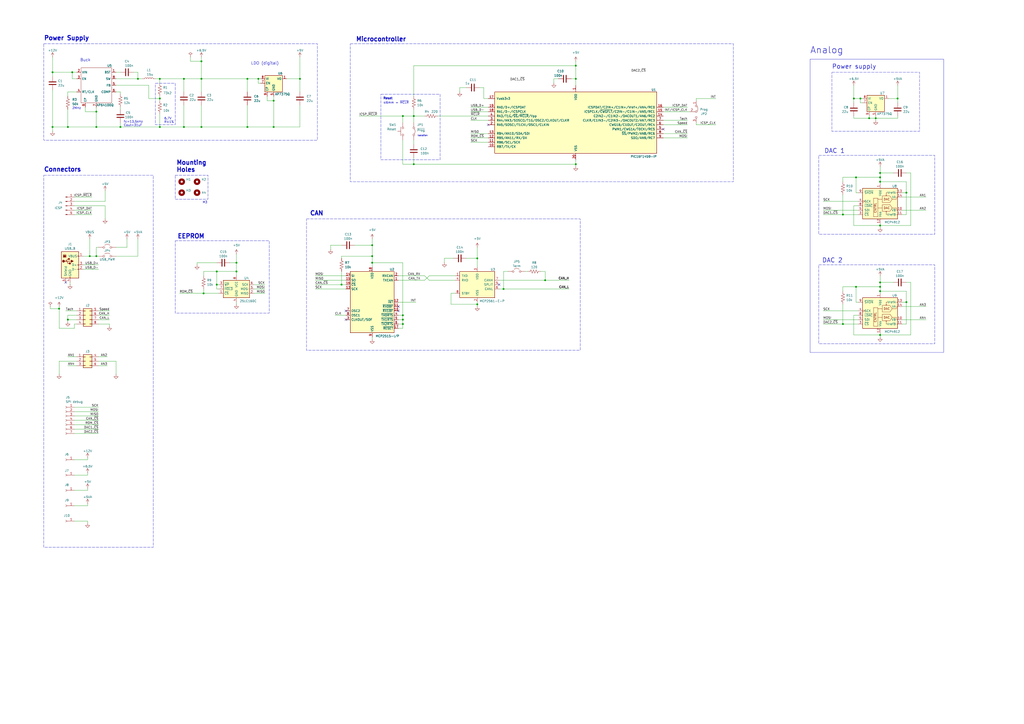
<source format=kicad_sch>
(kicad_sch (version 20250114) (generator "eeschema") (generator_version "9.0")
  (paper "A2")
  (title_block (title "CAN Gauge Interface") (date "2025-09-19") (rev "0.1") (company "Sam Anthony"))
  (rectangle (start 482.6 41.91) (end 533.4 76.2) (stroke (width 0) (type dash)))
  (rectangle (start 25.4 25.4) (end 184.15 81.28) (stroke (width 0) (type dash)))
  (rectangle (start 101.6 139.7) (end 156.21 181.61) (stroke (width 0) (type dash)))
  (rectangle (start 101.6 101.5999) (end 120.65 115.5699) (stroke (width 0) (type dash)))
  (rectangle (start 90.17 48.26) (end 101.6 72.39) (stroke (width 0) (type dash)))
  (rectangle (start 220.98 54.61) (end 255.27 92.71) (stroke (width 0) (type dash)))
  (rectangle (start 474.98 153.67) (end 542.29 199.39) (stroke (width 0) (type dash)))
  (rectangle (start 177.8 127) (end 336.55 203.2) (stroke (width 0) (type dash)))
  (rectangle (start 25.4 101.6) (end 88.9 317.5) (stroke (width 0) (type dash)))
  (rectangle (start 474.98 90.17) (end 542.29 135.89) (stroke (width 0) (type dash)))
  (rectangle (start 203.2 25.4) (end 425.45 105.41) (stroke (width 0) (type dash)))
  (rectangle (start 469.9 34.29) (end 547.37 204.47))
  (text "Connectors" (at 25.4 98.425 0) (effects (font (size 2.54 2.54) (thickness 0.508) (bold yes)) (justify left)))
  (text "Power Supply" (at 25.4 22.225 0) (effects (font (size 2.54 2.54) (thickness 0.508) (bold yes)) (justify left)))
  (text "LDO (digital)" (at 153.67 36.83 0) (effects (font (size 1.651 1.651))))
  (text "CAN" (at 179.705 123.825 0) (effects (font (size 2.54 2.54) (thickness 0.508) (bold yes)) (justify left)))
  (text "2MHz\n" (at 44.45 62.865 0) (effects (font (size 1.27 1.27))))
  (text "6.7V\nR±1%" (at 95.25 69.85 0) (effects (font (size 1.27 1.27)) (justify left)))
  (text "Reset" (at 222.25 57.15 0) (effects (font (size 1.27 1.27) (thickness 0.254) (bold yes)) (justify left)))
  (text "fc=13.5kHz\nCout=31uF" (at 71.755 71.755 0) (effects (font (size 1.27 1.27)) (justify left)))
  (text "Mounting\nHoles" (at 102.235 96.5199 0) (effects (font (size 2.54 2.54) (thickness 0.508) (bold yes)) (justify left)))
  (text "Power supply" (at 482.6 38.735 0) (effects (font (size 2.54 2.54) (thickness 0.254) (bold yes)) (justify left)))
  (text "M3\n" (at 117.475 117.4749 0) (effects (font (size 1.27 1.27)) (justify left)))
  (text "EEPROM" (at 102.87 137.16 0) (effects (font (size 2.54 2.54) (thickness 0.508) (bold yes)) (justify left)))
  (text "≤6mm ↔ ~{MCLR}" (at 222.25 59.69 0) (effects (font (size 1.27 1.27)) (justify left)))
  (text "DAC 1" (at 478.155 87.63 0) (effects (font (size 2.54 2.54) (thickness 0.254) (bold yes)) (justify left)))
  (text "Buck" (at 49.53 34.925 0) (effects (font (size 1.651 1.651))))
  (text "Microcontroller" (at 206.375 22.86 0) (effects (font (size 2.54 2.54) (thickness 0.508) (bold yes)) (justify left)))
  (text "Analog" (at 469.9 29.21 0) (effects (font (size 3.81 3.81) (thickness 0.254) (bold yes)) (justify left)))
  (text "Isolation" (at 245.11 78.74 0) (effects (font (size 0.889 0.889))))
  (text "DAC 2" (at 476.885 151.13 0) (effects (font (size 2.54 2.54) (thickness 0.254) (bold yes)) (justify left)))
  (junction (at 39.37 185.42))
  (junction (at 158.75 58.42))
  (junction (at 510.54 166.37))
  (junction (at 504.19 68.58))
  (junction (at 106.68 45.72))
  (junction (at 510.54 168.91))
  (junction (at 137.16 157.48))
  (junction (at 510.54 100.33))
  (junction (at 55.88 73.66))
  (junction (at 116.84 73.66))
  (junction (at 39.37 73.66))
  (junction (at 106.68 73.66))
  (junction (at 233.68 185.42))
  (junction (at 173.99 45.72))
  (junction (at 496.57 166.37))
  (junction (at 137.16 152.4))
  (junction (at 525.78 111.76))
  (junction (at 143.51 73.66))
  (junction (at 488.95 187.96))
  (junction (at 92.71 73.66))
  (junction (at 334.01 38.1))
  (junction (at 34.29 179.07))
  (junction (at 508 68.58))
  (junction (at 233.68 182.88))
  (junction (at 334.01 45.72))
  (junction (at 495.3 57.15))
  (junction (at 55.88 148.59))
  (junction (at 488.95 124.46))
  (junction (at 510.54 130.81))
  (junction (at 334.01 95.25))
  (junction (at 149.86 45.72))
  (junction (at 30.48 41.91))
  (junction (at 158.75 73.66))
  (junction (at 215.9 142.24))
  (junction (at 80.01 45.72))
  (junction (at 240.03 67.31))
  (junction (at 510.54 102.87))
  (junction (at 510.54 194.31))
  (junction (at 92.71 57.15))
  (junction (at 55.88 64.77))
  (junction (at 525.78 175.26))
  (junction (at 30.48 73.66))
  (junction (at 92.71 45.72))
  (junction (at 276.86 176.53))
  (junction (at 116.84 35.56))
  (junction (at 215.9 152.4))
  (junction (at 520.7 57.15))
  (junction (at 276.86 149.86))
  (junction (at 316.23 162.56))
  (junction (at 125.73 165.1))
  (junction (at 41.91 41.91))
  (junction (at 510.54 163.83))
  (junction (at 499.11 57.15))
  (junction (at 118.11 170.18))
  (junction (at 52.07 148.59))
  (junction (at 215.9 148.59))
  (junction (at 496.57 102.87))
  (junction (at 198.12 165.1))
  (junction (at 125.73 157.48))
  (junction (at 510.54 105.41))
  (junction (at 69.85 73.66))
  (junction (at 240.03 95.25))
  (junction (at 233.68 67.31))
  (junction (at 233.68 187.96))
  (junction (at 143.51 45.72))
  (junction (at 116.84 45.72))
  (junction (at 292.1 167.64))
  (no_connect (at 38.1 163.83))
  (no_connect (at 231.14 177.8))
  (no_connect (at 283.21 72.39))
  (no_connect (at 200.66 185.42))
  (no_connect (at 289.56 165.1))
  (no_connect (at 200.66 180.34))
  (no_connect (at 384.81 74.93))
  (no_connect (at 231.14 180.34))
  (wire (pts (xy 231.14 162.56) (xy 246.38 162.56)))
  (wire (pts (xy 240.03 95.25) (xy 240.03 91.44)))
  (wire (pts (xy 384.81 69.85) (xy 398.78 69.85)))
  (wire (pts (xy 499.11 57.15) (xy 495.3 57.15)))
  (wire (pts (xy 116.84 33.02) (xy 116.84 35.56)))
  (wire (pts (xy 215.9 142.24) (xy 215.9 148.59)))
  (wire (pts (xy 50.8 302.26) (xy 50.8 303.53)))
  (wire (pts (xy 106.68 45.72) (xy 116.84 45.72)))
  (wire (pts (xy 158.75 58.42) (xy 158.75 73.66)))
  (wire (pts (xy 495.3 182.88) (xy 497.84 182.88)))
  (wire (pts (xy 292.1 157.48) (xy 294.64 157.48)))
  (wire (pts (xy 44.45 209.55) (xy 34.29 209.55)))
  (wire (pts (xy 233.68 187.96) (xy 233.68 185.42)))
  (wire (pts (xy 495.3 119.38) (xy 497.84 119.38)))
  (wire (pts (xy 240.03 38.1) (xy 334.01 38.1)))
  (wire (pts (xy 231.14 187.96) (xy 233.68 187.96)))
  (wire (pts (xy 44.45 41.91) (xy 41.91 41.91)))
  (wire (pts (xy 508 67.31) (xy 508 68.58)))
  (wire (pts (xy 289.56 167.64) (xy 292.1 167.64)))
  (wire (pts (xy 510.54 168.91) (xy 510.54 170.18)))
  (wire (pts (xy 215.9 195.58) (xy 215.9 196.85)))
  (wire (pts (xy 60.96 116.84) (xy 60.96 110.49)))
  (wire (pts (xy 67.31 53.34) (xy 69.85 53.34)))
  (wire (pts (xy 499.11 59.69) (xy 499.11 57.15)))
  (wire (pts (xy 80.01 45.72) (xy 82.55 45.72)))
  (wire (pts (xy 48.26 153.67) (xy 57.15 153.67)))
  (wire (pts (xy 127 165.1) (xy 125.73 165.1)))
  (wire (pts (xy 262.89 149.86) (xy 257.81 149.86)))
  (wire (pts (xy 496.57 175.26) (xy 496.57 166.37)))
  (wire (pts (xy 149.86 48.26) (xy 149.86 45.72)))
  (wire (pts (xy 488.95 187.96) (xy 497.84 187.96)))
  (wire (pts (xy 118.11 157.48) (xy 125.73 157.48)))
  (wire (pts (xy 92.71 73.66) (xy 106.68 73.66)))
  (wire (pts (xy 240.03 38.1) (xy 240.03 55.88)))
  (wire (pts (xy 523.24 124.46) (xy 525.78 124.46)))
  (wire (pts (xy 44.45 53.34) (xy 39.37 53.34)))
  (wire (pts (xy 477.52 180.34) (xy 497.84 180.34)))
  (wire (pts (xy 510.54 193.04) (xy 510.54 194.31)))
  (wire (pts (xy 233.68 185.42) (xy 233.68 182.88)))
  (wire (pts (xy 510.54 194.31) (xy 510.54 195.58)))
  (wire (pts (xy 525.78 168.91) (xy 510.54 168.91)))
  (wire (pts (xy 384.81 64.77) (xy 400.05 64.77)))
  (wire (pts (xy 69.85 53.34) (xy 69.85 54.61)))
  (wire (pts (xy 499.11 57.15) (xy 500.38 57.15)))
  (wire (pts (xy 34.29 190.5) (xy 34.29 179.07)))
  (wire (pts (xy 149.86 45.72) (xy 151.13 45.72)))
  (wire (pts (xy 198.12 165.1) (xy 198.12 157.48)))
  (wire (pts (xy 57.15 209.55) (xy 67.31 209.55)))
  (wire (pts (xy 39.37 185.42) (xy 39.37 186.69)))
  (wire (pts (xy 116.84 45.72) (xy 143.51 45.72)))
  (wire (pts (xy 43.18 243.84) (xy 57.15 243.84)))
  (wire (pts (xy 57.15 182.88) (xy 63.5 182.88)))
  (wire (pts (xy 273.05 82.55) (xy 283.21 82.55)))
  (wire (pts (xy 495.3 130.81) (xy 510.54 130.81)))
  (wire (pts (xy 523.24 177.8) (xy 537.21 177.8)))
  (wire (pts (xy 151.13 48.26) (xy 149.86 48.26)))
  (wire (pts (xy 528.32 130.81) (xy 510.54 130.81)))
  (wire (pts (xy 50.8 275.59) (xy 50.8 274.32)))
  (wire (pts (xy 182.88 165.1) (xy 198.12 165.1)))
  (wire (pts (xy 43.18 246.38) (xy 57.15 246.38)))
  (wire (pts (xy 403.86 71.12) (xy 403.86 72.39)))
  (wire (pts (xy 154.94 55.88) (xy 154.94 58.42)))
  (wire (pts (xy 497.84 111.76) (xy 496.57 111.76)))
  (wire (pts (xy 158.75 73.66) (xy 143.51 73.66)))
  (wire (pts (xy 523.24 114.3) (xy 537.21 114.3)))
  (wire (pts (xy 55.88 148.59) (xy 57.15 148.59)))
  (wire (pts (xy 30.48 41.91) (xy 30.48 44.45)))
  (wire (pts (xy 273.05 69.85) (xy 283.21 69.85)))
  (wire (pts (xy 182.88 160.02) (xy 200.66 160.02)))
  (wire (pts (xy 525.78 105.41) (xy 525.78 111.76)))
  (wire (pts (xy 384.81 62.23) (xy 398.78 62.23)))
  (wire (pts (xy 496.57 102.87) (xy 510.54 102.87)))
  (wire (pts (xy 496.57 111.76) (xy 496.57 102.87)))
  (wire (pts (xy 49.53 62.23) (xy 49.53 64.77)))
  (wire (pts (xy 525.78 168.91) (xy 525.78 175.26)))
  (wire (pts (xy 194.31 182.88) (xy 200.66 182.88)))
  (wire (pts (xy 477.52 185.42) (xy 497.84 185.42)))
  (wire (pts (xy 39.37 53.34) (xy 39.37 55.88)))
  (wire (pts (xy 92.71 66.04) (xy 92.71 73.66)))
  (wire (pts (xy 118.11 160.02) (xy 118.11 157.48)))
  (wire (pts (xy 334.01 45.72) (xy 331.47 45.72)))
  (wire (pts (xy 57.15 185.42) (xy 63.5 185.42)))
  (wire (pts (xy 334.01 49.53) (xy 334.01 45.72)))
  (wire (pts (xy 215.9 148.59) (xy 215.9 152.4)))
  (wire (pts (xy 143.51 45.72) (xy 143.51 53.34)))
  (wire (pts (xy 208.28 67.31) (xy 233.68 67.31)))
  (wire (pts (xy 403.86 58.42) (xy 403.86 57.15)))
  (wire (pts (xy 510.54 163.83) (xy 510.54 166.37)))
  (wire (pts (xy 495.3 130.81) (xy 495.3 119.38)))
  (wire (pts (xy 523.24 185.42) (xy 537.21 185.42)))
  (wire (pts (xy 39.37 63.5) (xy 39.37 73.66)))
  (wire (pts (xy 50.8 293.37) (xy 50.8 292.1)))
  (wire (pts (xy 43.18 114.3) (xy 53.34 114.3)))
  (wire (pts (xy 191.77 142.24) (xy 191.77 144.78)))
  (wire (pts (xy 92.71 45.72) (xy 92.71 48.26)))
  (wire (pts (xy 57.15 187.96) (xy 63.5 187.96)))
  (wire (pts (xy 39.37 185.42) (xy 44.45 185.42)))
  (wire (pts (xy 510.54 160.02) (xy 510.54 163.83)))
  (wire (pts (xy 528.32 163.83) (xy 528.32 194.31)))
  (wire (pts (xy 60.96 119.38) (xy 60.96 127)))
  (wire (pts (xy 283.21 57.15) (xy 280.67 57.15)))
  (wire (pts (xy 528.32 100.33) (xy 528.32 130.81)))
  (wire (pts (xy 173.99 45.72) (xy 173.99 53.34)))
  (wire (pts (xy 125.73 167.64) (xy 125.73 165.1)))
  (wire (pts (xy 525.78 105.41) (xy 510.54 105.41)))
  (wire (pts (xy 44.45 182.88) (xy 39.37 182.88)))
  (wire (pts (xy 495.3 67.31) (xy 495.3 68.58)))
  (wire (pts (xy 125.73 157.48) (xy 137.16 157.48)))
  (wire (pts (xy 55.88 143.51) (xy 57.15 143.51)))
  (wire (pts (xy 118.11 170.18) (xy 118.11 167.64)))
  (wire (pts (xy 67.31 209.55) (xy 67.31 217.17)))
  (wire (pts (xy 137.16 152.4) (xy 137.16 157.48)))
  (wire (pts (xy 147.32 170.18) (xy 153.67 170.18)))
  (wire (pts (xy 106.68 73.66) (xy 116.84 73.66)))
  (wire (pts (xy 280.67 50.8) (xy 278.13 50.8)))
  (wire (pts (xy 50.8 284.48) (xy 50.8 283.21)))
  (wire (pts (xy 520.7 68.58) (xy 520.7 67.31)))
  (wire (pts (xy 116.84 60.96) (xy 116.84 73.66)))
  (wire (pts (xy 55.88 62.23) (xy 55.88 64.77)))
  (wire (pts (xy 270.51 149.86) (xy 276.86 149.86)))
  (wire (pts (xy 43.18 275.59) (xy 50.8 275.59)))
  (wire (pts (xy 384.81 80.01) (xy 398.78 80.01)))
  (wire (pts (xy 41.91 45.72) (xy 41.91 41.91)))
  (wire (pts (xy 198.12 149.86) (xy 198.12 148.59)))
  (wire (pts (xy 280.67 57.15) (xy 280.67 50.8)))
  (wire (pts (xy 403.86 57.15) (xy 415.29 57.15)))
  (wire (pts (xy 266.7 50.8) (xy 266.7 53.34)))
  (wire (pts (xy 57.15 212.09) (xy 62.23 212.09)))
  (wire (pts (xy 30.48 73.66) (xy 30.48 76.2)))
  (wire (pts (xy 488.95 102.87) (xy 496.57 102.87)))
  (wire (pts (xy 520.7 57.15) (xy 515.62 57.15)))
  (wire (pts (xy 154.94 58.42) (xy 158.75 58.42)))
  (wire (pts (xy 44.45 187.96) (xy 43.18 187.96)))
  (wire (pts (xy 257.81 149.86) (xy 257.81 152.4)))
  (wire (pts (xy 316.23 157.48) (xy 316.23 162.56)))
  (wire (pts (xy 39.37 207.01) (xy 44.45 207.01)))
  (wire (pts (xy 495.3 57.15) (xy 495.3 49.53)))
  (wire (pts (xy 384.81 72.39) (xy 398.78 72.39)))
  (wire (pts (xy 63.5 187.96) (xy 63.5 189.23)))
  (wire (pts (xy 233.68 67.31) (xy 233.68 71.12)))
  (wire (pts (xy 92.71 57.15) (xy 86.36 57.15)))
  (wire (pts (xy 233.68 152.4) (xy 233.68 182.88)))
  (wire (pts (xy 92.71 45.72) (xy 106.68 45.72)))
  (wire (pts (xy 43.18 251.46) (xy 57.15 251.46)))
  (wire (pts (xy 240.03 81.28) (xy 240.03 83.82)))
  (wire (pts (xy 504.19 68.58) (xy 508 68.58)))
  (wire (pts (xy 233.68 152.4) (xy 215.9 152.4)))
  (wire (pts (xy 86.36 49.53) (xy 67.31 49.53)))
  (wire (pts (xy 510.54 105.41) (xy 510.54 106.68)))
  (wire (pts (xy 273.05 77.47) (xy 283.21 77.47)))
  (wire (pts (xy 158.75 55.88) (xy 158.75 58.42)))
  (wire (pts (xy 200.66 165.1) (xy 198.12 165.1)))
  (wire (pts (xy 30.48 33.02) (xy 30.48 41.91)))
  (wire (pts (xy 316.23 162.56) (xy 330.2 162.56)))
  (wire (pts (xy 233.68 67.31) (xy 240.03 67.31)))
  (wire (pts (xy 528.32 194.31) (xy 510.54 194.31)))
  (wire (pts (xy 198.12 148.59) (xy 215.9 148.59)))
  (wire (pts (xy 29.21 177.8) (xy 29.21 179.07)))
  (wire (pts (xy 92.71 57.15) (xy 92.71 58.42)))
  (wire (pts (xy 173.99 73.66) (xy 158.75 73.66)))
  (wire (pts (xy 525.78 175.26) (xy 525.78 187.96)))
  (wire (pts (xy 510.54 96.52) (xy 510.54 100.33)))
  (wire (pts (xy 231.14 190.5) (xy 233.68 190.5)))
  (wire (pts (xy 29.21 179.07) (xy 34.29 179.07)))
  (wire (pts (xy 304.8 157.48) (xy 306.07 157.48)))
  (wire (pts (xy 104.14 170.18) (xy 118.11 170.18)))
  (wire (pts (xy 495.3 194.31) (xy 510.54 194.31)))
  (wire (pts (xy 270.51 50.8) (xy 266.7 50.8)))
  (wire (pts (xy 334.01 95.25) (xy 334.01 96.52)))
  (wire (pts (xy 55.88 73.66) (xy 39.37 73.66)))
  (wire (pts (xy 510.54 100.33) (xy 518.16 100.33)))
  (wire (pts (xy 43.18 241.3) (xy 57.15 241.3)))
  (wire (pts (xy 43.18 238.76) (xy 57.15 238.76)))
  (wire (pts (xy 510.54 166.37) (xy 510.54 168.91)))
  (wire (pts (xy 488.95 168.91) (xy 488.95 166.37)))
  (wire (pts (xy 500.38 59.69) (xy 499.11 59.69)))
  (wire (pts (xy 43.18 187.96) (xy 43.18 190.5)))
  (wire (pts (xy 55.88 148.59) (xy 55.88 143.51)))
  (wire (pts (xy 116.84 35.56) (xy 116.84 45.72)))
  (wire (pts (xy 57.15 180.34) (xy 63.5 180.34)))
  (wire (pts (xy 67.31 148.59) (xy 80.01 148.59)))
  (wire (pts (xy 254 67.31) (xy 283.21 67.31)))
  (wire (pts (xy 43.18 190.5) (xy 34.29 190.5)))
  (wire (pts (xy 106.68 45.72) (xy 106.68 53.34)))
  (wire (pts (xy 523.24 175.26) (xy 525.78 175.26)))
  (wire (pts (xy 48.26 148.59) (xy 52.07 148.59)))
  (wire (pts (xy 233.68 81.28) (xy 233.68 95.25)))
  (wire (pts (xy 92.71 73.66) (xy 69.85 73.66)))
  (wire (pts (xy 52.07 148.59) (xy 55.88 148.59)))
  (wire (pts (xy 43.18 284.48) (xy 50.8 284.48)))
  (wire (pts (xy 488.95 166.37) (xy 496.57 166.37)))
  (wire (pts (xy 273.05 64.77) (xy 283.21 64.77)))
  (wire (pts (xy 488.95 124.46) (xy 497.84 124.46)))
  (wire (pts (xy 520.7 49.53) (xy 520.7 57.15)))
  (wire (pts (xy 69.85 62.23) (xy 69.85 63.5)))
  (wire (pts (xy 147.32 167.64) (xy 153.67 167.64)))
  (wire (pts (xy 510.54 102.87) (xy 510.54 105.41)))
  (wire (pts (xy 57.15 207.01) (xy 62.23 207.01)))
  (wire (pts (xy 384.81 77.47) (xy 398.78 77.47)))
  (wire (pts (xy 173.99 33.02) (xy 173.99 45.72)))
  (wire (pts (xy 44.45 45.72) (xy 41.91 45.72)))
  (wire (pts (xy 496.57 166.37) (xy 510.54 166.37)))
  (wire (pts (xy 276.86 176.53) (xy 276.86 177.8)))
  (wire (pts (xy 77.47 41.91) (xy 80.01 41.91)))
  (wire (pts (xy 248.92 160.02) (xy 246.38 162.56)))
  (wire (pts (xy 90.17 45.72) (xy 92.71 45.72)))
  (wire (pts (xy 39.37 182.88) (xy 39.37 185.42)))
  (wire (pts (xy 495.3 68.58) (xy 504.19 68.58)))
  (wire (pts (xy 488.95 113.03) (xy 488.95 124.46)))
  (wire (pts (xy 321.31 45.72) (xy 323.85 45.72)))
  (wire (pts (xy 137.16 175.26) (xy 137.16 176.53)))
  (wire (pts (xy 34.29 209.55) (xy 34.29 217.17)))
  (wire (pts (xy 38.1 180.34) (xy 44.45 180.34)))
  (wire (pts (xy 231.14 182.88) (xy 233.68 182.88)))
  (wire (pts (xy 495.3 57.15) (xy 495.3 59.69)))
  (wire (pts (xy 137.16 157.48) (xy 137.16 160.02)))
  (wire (pts (xy 125.73 157.48) (xy 125.73 165.1)))
  (wire (pts (xy 510.54 130.81) (xy 510.54 132.08)))
  (wire (pts (xy 313.69 157.48) (xy 316.23 157.48)))
  (wire (pts (xy 92.71 55.88) (xy 92.71 57.15)))
  (wire (pts (xy 334.01 92.71) (xy 334.01 95.25)))
  (wire (pts (xy 116.84 45.72) (xy 116.84 53.34)))
  (wire (pts (xy 477.52 187.96) (xy 488.95 187.96)))
  (wire (pts (xy 276.86 175.26) (xy 276.86 176.53)))
  (wire (pts (xy 67.31 45.72) (xy 80.01 45.72)))
  (wire (pts (xy 43.18 248.92) (xy 57.15 248.92)))
  (wire (pts (xy 173.99 60.96) (xy 173.99 73.66)))
  (wire (pts (xy 495.3 194.31) (xy 495.3 182.88)))
  (wire (pts (xy 403.86 72.39) (xy 415.29 72.39)))
  (wire (pts (xy 292.1 167.64) (xy 292.1 157.48)))
  (wire (pts (xy 80.01 41.91) (xy 80.01 45.72)))
  (wire (pts (xy 182.88 167.64) (xy 200.66 167.64)))
  (wire (pts (xy 50.8 266.7) (xy 50.8 265.43)))
  (wire (pts (xy 43.18 293.37) (xy 50.8 293.37)))
  (wire (pts (xy 143.51 73.66) (xy 116.84 73.66)))
  (wire (pts (xy 69.85 73.66) (xy 55.88 73.66)))
  (wire (pts (xy 133.35 152.4) (xy 137.16 152.4)))
  (wire (pts (xy 67.31 41.91) (xy 69.85 41.91)))
  (wire (pts (xy 137.16 147.32) (xy 137.16 152.4)))
  (wire (pts (xy 240.03 95.25) (xy 334.01 95.25)))
  (wire (pts (xy 69.85 71.12) (xy 69.85 73.66)))
  (wire (pts (xy 525.78 100.33) (xy 528.32 100.33)))
  (wire (pts (xy 198.12 142.24) (xy 191.77 142.24)))
  (wire (pts (xy 261.62 170.18) (xy 264.16 170.18)))
  (wire (pts (xy 49.53 64.77) (xy 55.88 64.77)))
  (wire (pts (xy 215.9 138.43) (xy 215.9 142.24)))
  (wire (pts (xy 510.54 100.33) (xy 510.54 102.87)))
  (wire (pts (xy 110.49 35.56) (xy 110.49 33.02)))
  (wire (pts (xy 43.18 116.84) (xy 60.96 116.84)))
  (wire (pts (xy 240.03 67.31) (xy 246.38 67.31)))
  (wire (pts (xy 523.24 111.76) (xy 525.78 111.76)))
  (wire (pts (xy 289.56 162.56) (xy 316.23 162.56)))
  (wire (pts (xy 48.26 156.21) (xy 57.15 156.21)))
  (wire (pts (xy 30.48 52.07) (xy 30.48 73.66)))
  (wire (pts (xy 73.66 143.51) (xy 73.66 138.43)))
  (wire (pts (xy 43.18 119.38) (xy 60.96 119.38)))
  (wire (pts (xy 52.07 138.43) (xy 52.07 148.59)))
  (wire (pts (xy 520.7 59.69) (xy 520.7 57.15)))
  (wire (pts (xy 240.03 67.31) (xy 240.03 71.12)))
  (wire (pts (xy 215.9 152.4) (xy 215.9 154.94)))
  (wire (pts (xy 233.68 95.25) (xy 240.03 95.25)))
  (wire (pts (xy 147.32 165.1) (xy 153.67 165.1)))
  (wire (pts (xy 106.68 60.96) (xy 106.68 73.66)))
  (wire (pts (xy 261.62 176.53) (xy 261.62 170.18)))
  (wire (pts (xy 34.29 179.07) (xy 34.29 177.8)))
  (wire (pts (xy 41.91 41.91) (xy 30.48 41.91)))
  (wire (pts (xy 43.18 124.46) (xy 53.34 124.46)))
  (wire (pts (xy 40.64 163.83) (xy 40.64 165.1)))
  (wire (pts (xy 127 167.64) (xy 125.73 167.64)))
  (wire (pts (xy 43.18 302.26) (xy 50.8 302.26)))
  (wire (pts (xy 523.24 121.92) (xy 537.21 121.92)))
  (wire (pts (xy 205.74 142.24) (xy 215.9 142.24)))
  (wire (pts (xy 508 68.58) (xy 520.7 68.58)))
  (wire (pts (xy 231.14 160.02) (xy 246.38 160.02)))
  (wire (pts (xy 488.95 105.41) (xy 488.95 102.87)))
  (wire (pts (xy 488.95 176.53) (xy 488.95 187.96)))
  (wire (pts (xy 143.51 60.96) (xy 143.51 73.66)))
  (wire (pts (xy 276.86 176.53) (xy 261.62 176.53)))
  (wire (pts (xy 321.31 48.26) (xy 321.31 45.72)))
  (wire (pts (xy 523.24 187.96) (xy 525.78 187.96)))
  (wire (pts (xy 67.31 143.51) (xy 73.66 143.51)))
  (wire (pts (xy 43.18 236.22) (xy 57.15 236.22)))
  (wire (pts (xy 477.52 124.46) (xy 488.95 124.46)))
  (wire (pts (xy 149.86 45.72) (xy 143.51 45.72)))
  (wire (pts (xy 114.3 152.4) (xy 114.3 153.67)))
  (wire (pts (xy 504.19 67.31) (xy 504.19 68.58)))
  (wire (pts (xy 86.36 57.15) (xy 86.36 49.53)))
  (wire (pts (xy 114.3 152.4) (xy 125.73 152.4)))
  (wire (pts (xy 497.84 175.26) (xy 496.57 175.26)))
  (wire (pts (xy 273.05 80.01) (xy 283.21 80.01)))
  (wire (pts (xy 508 68.58) (xy 508 69.85)))
  (wire (pts (xy 334.01 38.1) (xy 334.01 45.72)))
  (wire (pts (xy 116.84 35.56) (xy 110.49 35.56)))
  (wire (pts (xy 276.86 143.51) (xy 276.86 149.86)))
  (wire (pts (xy 127 170.18) (xy 118.11 170.18)))
  (wire (pts (xy 233.68 190.5) (xy 233.68 187.96)))
  (wire (pts (xy 39.37 73.66) (xy 30.48 73.66)))
  (wire (pts (xy 525.78 163.83) (xy 528.32 163.83)))
  (wire (pts (xy 510.54 163.83) (xy 518.16 163.83)))
  (wire (pts (xy 477.52 121.92) (xy 497.84 121.92)))
  (wire (pts (xy 334.01 35.56) (xy 334.01 38.1)))
  (wire (pts (xy 292.1 167.64) (xy 330.2 167.64)))
  (wire (pts (xy 231.14 175.26) (xy 241.3 175.26)))
  (wire (pts (xy 39.37 212.09) (xy 44.45 212.09)))
  (wire (pts (xy 166.37 45.72) (xy 173.99 45.72)))
  (wire (pts (xy 231.14 185.42) (xy 233.68 185.42)))
  (wire (pts (xy 510.54 129.54) (xy 510.54 130.81)))
  (wire (pts (xy 43.18 266.7) (xy 50.8 266.7)))
  (wire (pts (xy 273.05 62.23) (xy 283.21 62.23)))
  (wire (pts (xy 248.92 162.56) (xy 264.16 162.56)))
  (wire (pts (xy 477.52 116.84) (xy 497.84 116.84)))
  (wire (pts (xy 55.88 64.77) (xy 55.88 73.66)))
  (wire (pts (xy 182.88 162.56) (xy 200.66 162.56)))
  (wire (pts (xy 248.92 160.02) (xy 264.16 160.02)))
  (wire (pts (xy 246.38 160.02) (xy 248.92 162.56)))
  (wire (pts (xy 525.78 111.76) (xy 525.78 124.46)))
  (wire (pts (xy 240.03 63.5) (xy 240.03 67.31)))
  (wire (pts (xy 43.18 121.92) (xy 53.34 121.92)))
  (wire (pts (xy 80.01 148.59) (xy 80.01 138.43)))
  (wire (pts (xy 276.86 149.86) (xy 276.86 154.94)))
  (label "DAC1_~{CS}" (at 477.52 124.46 0))
  (label "MISO" (at 57.15 241.3 180))
  (label "CAN_H" (at 330.2 162.56 180) (effects (font (thickness 0.254) (bold yes))))
  (label "SCK" (at 153.67 165.1 180) (effects (font (thickness 0.1588))))
  (label "Speed" (at 63.5 180.34 180) (effects (font (thickness 0.1588))))
  (label "CLK" (at 273.05 69.85 0))
  (label "MOSI" (at 398.78 80.01 180) (effects (font (thickness 0.1588))))
  (label "ICSP_DAT" (at 398.78 62.23 180))
  (label "CAN_L" (at 63.5 185.42 180))
  (label "ROM_~{CS}" (at 104.14 170.18 0) (effects (font (thickness 0.1588))))
  (label "MOSI" (at 182.88 160.02 0) (effects (font (thickness 0.1588))))
  (label "DAC1_~{CS}" (at 295.91 46.99 0))
  (label "AN3" (at 62.23 212.09 180) (effects (font (thickness 0.1588))))
  (label "Speed" (at 398.78 72.39 180))
  (label "AN1" (at 537.21 114.3 180))
  (label "CAN_~{CS}" (at 398.78 77.47 180))
  (label "CAN_~{CS}" (at 57.15 243.84 180))
  (label "INT" (at 415.29 57.15 180))
  (label "CLK" (at 194.31 182.88 0))
  (label "MISO" (at 153.67 170.18 180) (effects (font (thickness 0.1588))))
  (label "INT" (at 241.3 175.26 180) (effects (font (thickness 0.1588))))
  (label "MOSI" (at 153.67 167.64 180) (effects (font (thickness 0.1588))))
  (label "ICSP_CLK" (at 53.34 124.46 180))
  (label "AN2" (at 62.23 207.01 180) (effects (font (thickness 0.1588))))
  (label "SCK" (at 273.05 82.55 0) (effects (font (thickness 0.1588))))
  (label "Tach" (at 38.1 180.34 0) (effects (font (thickness 0.1588))))
  (label "CAN_~{CS}" (at 182.88 165.1 0) (effects (font (thickness 0.1588))))
  (label "ICSP_CLK" (at 415.29 72.39 180))
  (label "USB_D+" (at 273.05 62.23 0))
  (label "SCK" (at 477.52 180.34 0) (effects (font (thickness 0.1588))))
  (label "ROM_~{CS}" (at 57.15 246.38 180))
  (label "AN1" (at 39.37 207.01 0) (effects (font (thickness 0.1588))))
  (label "DAC2_~{CS}" (at 374.65 41.91 180))
  (label "USB_D-" (at 273.05 64.77 0))
  (label "INT{slash}ICSP_CLK" (at 398.78 64.77 180))
  (label "SCK" (at 57.15 236.22 180))
  (label "AN4" (at 39.37 212.09 0) (effects (font (thickness 0.1588))))
  (label "MOSI" (at 477.52 121.92 0))
  (label "AN4" (at 537.21 185.42 180))
  (label "MISO" (at 182.88 162.56 0) (effects (font (thickness 0.1588))))
  (label "DAC1_~{CS}" (at 57.15 248.92 180))
  (label "MOSI" (at 57.15 238.76 180))
  (label "~{MCLR}" (at 273.05 67.31 0))
  (label "AN3" (at 537.21 177.8 180))
  (label "DAC2_~{CS}" (at 57.15 251.46 180))
  (label "USB_D-" (at 57.15 156.21 180))
  (label "AN2" (at 537.21 121.92 180))
  (label "USB_D+" (at 57.15 153.67 180))
  (label "SCK" (at 182.88 167.64 0) (effects (font (thickness 0.1588))))
  (label "Tach" (at 398.78 69.85 180))
  (label "ROM_~{CS}" (at 273.05 80.01 0))
  (label "ICSP_DAT" (at 53.34 121.92 180))
  (label "CAN_RX" (at 243.84 160.02 180))
  (label "ICSP_~{MCLR}" (at 53.34 114.3 180))
  (label "MISO" (at 273.05 77.47 0) (effects (font (thickness 0.1588))))
  (label "ICSP_~{MCLR}" (at 208.28 67.31 0))
  (label "MOSI" (at 477.52 185.42 0))
  (label "CAN_L" (at 330.2 167.64 180) (effects (font (thickness 0.254) (bold yes))))
  (label "SCK" (at 477.52 116.84 0) (effects (font (thickness 0.1588))))
  (label "DAC2_~{CS}" (at 477.52 187.96 0))
  (label "CAN_TX" (at 243.84 162.56 180))
  (label "CAN_H" (at 63.5 182.88 180) (effects (font (thickness 0.1588))))
  (symbol (lib_id "power:GND") (at 215.9 196.85 0) (unit 1)
    (property "Reference" "#PWR028" (effects (hide yes)))
    (property "Value" "GND" (effects (hide yes)))
    (property "Description" "Power symbol creates a global label with name \"GND\" , ground" (effects (hide yes)))
  )
  (symbol (lib_id "Connector:USB_B") (at 40.64 153.67 0) (unit 1)
    (property "Reference" "J1" (at 40.64 141.605 0))
    (property "Value" "USB_B" (at 40.64 144.145 0))
    (property "Footprint" "Connector_USB:USB_B_OST_USB-B1HSxx_Horizontal" (effects (hide yes)))
    (property "Description" "USB Type B connector" (effects (hide yes)))
  )
  (symbol (lib_id "power:GND") (at 50.8 303.53 0) (unit 1)
    (property "Reference" "#PWR039" (effects (hide yes)))
    (property "Value" "GND" (effects (hide yes)))
    (property "Description" "Power symbol creates a global label with name \"GND\" , ground" (effects (hide yes)))
  )
  (symbol (lib_id "Device:C") (at 173.99 57.15 0) (unit 1)
    (property "Reference" "C7" (at 177.8 55.8799 0) (effects (justify left)))
    (property "Value" "22u" (at 177.8 58.4199 0) (effects (justify left)))
    (property "Footprint" "Capacitor_SMD:C_1206_3216Metric_Pad1.33x1.80mm_HandSolder" (effects (hide yes)))
    (property "Description" "Unpolarized capacitor" (effects (hide yes)))
  )
  (symbol (lib_id "power:+12V") (at 34.29 177.8 0) (unit 1)
    (property "Reference" "#PWR029" (effects (hide yes)))
    (property "Value" "+12V" (at 34.29 172.72 0))
    (property "Description" "Power symbol creates a global label with name \"+12V\"" (effects (hide yes)))
  )
  (symbol (lib_id "power:GND") (at 63.5 189.23 0) (unit 1)
    (property "Reference" "#PWR033" (effects (hide yes)))
    (property "Value" "GND" (effects (hide yes)))
    (property "Description" "Power symbol creates a global label with name \"GND\" , ground" (effects (hide yes)))
  )
  (symbol (lib_id "Device:C") (at 129.54 152.4 90) (unit 1)
    (property "Reference" "C15" (at 129.54 146.05 90))
    (property "Value" "100n" (at 129.54 148.59 90))
    (property "Footprint" "Capacitor_THT:C_Disc_D5.0mm_W2.5mm_P2.50mm" (effects (hide yes)))
    (property "Description" "Unpolarized capacitor" (effects (hide yes)))
  )
  (symbol (lib_id "Jumper:Jumper_2_Bridged") (at 240.03 76.2 270) (mirror x) (unit 1)
    (property "Reference" "JP1" (at 241.935 72.39 90) (effects (justify left)))
    (property "Value" "~{Prog}" (at 241.935 75.565 90) (effects (justify left)))
    (property "Footprint" "Connector_PinSocket_2.54mm:PinSocket_1x02_P2.54mm_Vertical" (effects (hide yes)))
    (property "Description" "Jumper, 2-pole, closed/bridged" (effects (hide yes)))
  )
  (symbol (lib_id "Device:C") (at 266.7 149.86 90) (unit 1)
    (property "Reference" "C14" (at 266.7 143.51 90))
    (property "Value" "100n" (at 266.7 146.05 90))
    (property "Footprint" "Capacitor_THT:C_Disc_D5.0mm_W2.5mm_P2.50mm" (effects (hide yes)))
    (property "Description" "Unpolarized capacitor" (effects (hide yes)))
  )
  (symbol (lib_id "power:+5V") (at 173.99 33.02 0) (unit 1)
    (property "Reference" "#PWR06" (effects (hide yes)))
    (property "Value" "+5V" (at 173.99 29.21 0))
    (property "Description" "Power symbol creates a global label with name \"+5V\"" (effects (hide yes)))
  )
  (symbol (lib_id "Device:C") (at 106.68 57.15 180) (unit 1)
    (property "Reference" "C2" (at 111.125 55.245 0))
    (property "Value" "22u" (at 111.76 57.785 0))
    (property "Footprint" "Capacitor_SMD:C_1206_3216Metric_Pad1.33x1.80mm_HandSolder" (effects (hide yes)))
    (property "Description" "Unpolarized capacitor" (effects (hide yes)))
  )
  (symbol (lib_id "Device:C") (at 30.48 48.26 0) (unit 1)
    (property "Reference" "C1" (at 34.925 46.99 0))
    (property "Value" "22u" (at 35.56 49.53 0))
    (property "Footprint" "Capacitor_SMD:C_1206_3216Metric_Pad1.33x1.80mm_HandSolder" (effects (hide yes)))
    (property "Description" "Unpolarized capacitor" (effects (hide yes)))
  )
  (symbol (lib_id "Device:C") (at 495.3 63.5 0) (unit 1)
    (property "Reference" "C8" (at 492.125 62.23 0) (effects (justify right)))
    (property "Value" "22u" (at 492.125 64.77 0) (effects (justify right)))
    (property "Footprint" "Capacitor_SMD:C_1206_3216Metric_Pad1.33x1.80mm_HandSolder" (effects (hide yes)))
    (property "Description" "Unpolarized capacitor" (effects (hide yes)))
  )
  (symbol (lib_id "Memory_EEPROM:25LCxxx") (at 137.16 167.64 0) (unit 1)
    (property "Reference" "U4" (at 141.605 161.29 0) (effects (justify left)))
    (property "Value" "25LC160C" (at 139.065 174.625 0) (effects (justify left)))
    (property "Footprint" "Package_DIP:DIP-8_W7.62mm" (effects (hide yes)))
    (property "Datasheet" "http://ww1.microchip.com/downloads/en/DeviceDoc/21832H.pdf" (effects (hide yes)))
    (property "Description" "SPI Serial EEPROM, DIP-8/SOIC-8/TSSOP-8" (effects (hide yes)))
  )
  (symbol (lib_id "Jumper:Jumper_3_Bridged12") (at 403.86 64.77 270) (unit 1) (in_bom no)
    (property "Reference" "JP2" (at 408.305 66.04 90))
    (property "Value" "Prog" (at 408.305 63.5 90))
    (property "Footprint" "Connector_PinSocket_2.54mm:PinSocket_1x03_P2.54mm_Vertical" (effects (hide yes)))
    (property "Description" "Jumper, 3-pole, pins 1+2 closed/bridged" (effects (hide yes)))
  )
  (symbol (lib_id "power:GND") (at 510.54 132.08 0) (unit 1)
    (property "Reference" "#PWR017" (effects (hide yes)))
    (property "Value" "GND" (effects (hide yes)))
    (property "Description" "Power symbol creates a global label with name \"GND\" , ground" (effects (hide yes)))
  )
  (symbol (lib_id "power:PWR_FLAG") (at 110.49 33.02 0) (unit 1)
    (property "Reference" "#FLG02" (effects (hide yes)))
    (property "Value" "+6.5V" (effects (hide yes)))
    (property "Description" "Special symbol for telling ERC where power comes from" (effects (hide yes)))
  )
  (symbol (lib_id "power:GND") (at 510.54 195.58 0) (unit 1)
    (property "Reference" "#PWR019" (effects (hide yes)))
    (property "Value" "GND" (effects (hide yes)))
    (property "Description" "Power symbol creates a global label with name \"GND\" , ground" (effects (hide yes)))
  )
  (symbol (lib_id "power:GND") (at 334.01 96.52 0) (unit 1)
    (property "Reference" "#PWR01" (effects (hide yes)))
    (property "Value" "GND" (effects (hide yes)))
    (property "Description" "Power symbol creates a global label with name \"GND\" , ground" (effects (hide yes)))
  )
  (symbol (lib_id "Device:R_US") (at 198.12 153.67 0) (unit 1)
    (property "Reference" "R7" (at 200.025 152.4 0) (effects (justify left)))
    (property "Value" "10k" (at 200.025 154.94 0) (effects (justify left)))
    (property "Footprint" "Resistor_THT:R_Axial_DIN0411_L9.9mm_D3.6mm_P12.70mm_Horizontal" (effects (hide yes)))
    (property "Description" "Resistor, US symbol" (effects (hide yes)))
  )
  (symbol (lib_id "Device:R_US") (at 118.11 163.83 0) (unit 1)
    (property "Reference" "R9" (at 120.015 162.56 0) (effects (justify left)))
    (property "Value" "10k" (at 120.015 165.1 0) (effects (justify left)))
    (property "Footprint" "Resistor_THT:R_Axial_DIN0411_L9.9mm_D3.6mm_P12.70mm_Horizontal" (effects (hide yes)))
    (property "Description" "Resistor, US symbol" (effects (hide yes)))
  )
  (symbol (lib_id "Mechanical:MountingHole") (at 105.41 105.4099 0) (unit 1) (exclude_from_sim yes) (in_bom no)
    (property "Reference" "H1" (at 107.95 104.1398 0) (effects (justify left)))
    (property "Value" "MountingHole" (effects (hide yes)))
    (property "Footprint" "MountingHole:MountingHole_3.2mm_M3_DIN965" (effects (hide yes)))
    (property "Description" "Mounting Hole without connection" (effects (hide yes)))
  )
  (symbol (lib_id "power:GND") (at 67.31 217.17 0) (unit 1)
    (property "Reference" "#PWR035" (effects (hide yes)))
    (property "Value" "GND" (effects (hide yes)))
    (property "Description" "Power symbol creates a global label with name \"GND\" , ground" (effects (hide yes)))
  )
  (symbol (lib_id "Connector:Conn_01x07_Socket") (at 38.1 243.84 0) (mirror y) (unit 1)
    (property "Reference" "J5" (at 38.1 230.505 0) (effects (justify right)))
    (property "Value" "SPI debug" (at 38.1 233.045 0) (effects (justify right)))
    (property "Footprint" "Connector_PinSocket_2.54mm:PinSocket_1x07_P2.54mm_Vertical" (effects (hide yes)))
    (property "Description" "Generic connector, single row, 01x07, script generated" (effects (hide yes)))
  )
  (symbol (lib_id "Jumper:Jumper_2_Open") (at 62.23 143.51 0) (unit 1)
    (property "Reference" "JP3" (at 62.23 140.335 0))
    (property "Value" "USB_PWR" (effects (hide yes)))
    (property "Footprint" "Connector_PinSocket_2.54mm:PinSocket_1x02_P2.54mm_Vertical" (effects (hide yes)))
    (property "Description" "Jumper, 2-pole, open" (effects (hide yes)))
  )
  (symbol (lib_id "symbols:AP64100") (at 55.88 49.53 0) (unit 1)
    (property "Reference" "U5" (at 63.5 38.1 0))
    (property "Value" "AP64100Q" (at 60.96 60.96 0))
    (property "Footprint" "Package_SO:Diodes_SO-8EP" (effects (hide yes)))
    (property "Datasheet" "https://www.diodes.com/assets/Datasheets/AP64100.pdf" (effects (hide yes)))
    (property "Description" "3.8V to40V input, 1A low IQ synchronous buck with adjustable frequency" (effects (hide yes)))
  )
  (symbol (lib_id "Device:C") (at 143.51 57.15 0) (unit 1)
    (property "Reference" "C6" (at 147.32 55.8799 0) (effects (justify left)))
    (property "Value" "22u" (at 147.32 58.4199 0) (effects (justify left)))
    (property "Footprint" "Capacitor_SMD:C_1206_3216Metric_Pad1.33x1.80mm_HandSolder" (effects (hide yes)))
    (property "Description" "Unpolarized capacitor" (effects (hide yes)))
  )
  (symbol (lib_id "Jumper:Jumper_2_Open") (at 62.23 148.59 0) (unit 1)
    (property "Reference" "JP4" (at 62.23 145.415 0))
    (property "Value" "USB_PWR" (at 62.23 150.495 0))
    (property "Footprint" "Connector_PinSocket_2.54mm:PinSocket_1x02_P2.54mm_Vertical" (effects (hide yes)))
    (property "Description" "Jumper, 2-pole, open" (effects (hide yes)))
  )
  (symbol (lib_id "Device:C") (at 201.93 142.24 90) (unit 1)
    (property "Reference" "C13" (at 201.93 135.89 90))
    (property "Value" "100n" (at 201.93 138.43 90))
    (property "Footprint" "Capacitor_THT:C_Disc_D5.0mm_W2.5mm_P2.50mm" (effects (hide yes)))
    (property "Description" "Unpolarized capacitor" (effects (hide yes)))
  )
  (symbol (lib_id "Connector_Generic:Conn_02x04_Top_Bottom") (at 49.53 182.88 0) (unit 1)
    (property "Reference" "J2" (at 50.8 177.165 0))
    (property "Value" "Conn_02x04_Top_Bottom" (effects (hide yes)))
    (property "Footprint" "Connector_Molex:Molex_Mini-Fit_Jr_5569-08A2_2x04_P4.20mm_Horizontal" (effects (hide yes)))
    (property "Datasheet" "https://www.molex.com/en-us/products/part-detail/39300080?display=pdf" (effects (hide yes)))
    (property "Description" "Generic connector, double row, 02x04, top/bottom pin numbering scheme (row 1: 1...pins_per_row, row2: pins_per_row+1 ... num_pins), script generated (kicad-library-utils/schlib/autogen/connector/)" (effects (hide yes)))
  )
  (symbol (lib_id "Device:R_US") (at 69.85 58.42 180) (unit 1)
    (property "Reference" "R5" (at 73.025 57.15 0))
    (property "Value" "12k" (at 73.66 59.69 0))
    (property "Footprint" "Resistor_SMD:R_0805_2012Metric_Pad1.20x1.40mm_HandSolder" (effects (hide yes)))
    (property "Description" "Resistor, US symbol" (effects (hide yes)))
  )
  (symbol (lib_id "Device:C") (at 520.7 63.5 0) (unit 1)
    (property "Reference" "C9" (at 523.875 62.23 0) (effects (justify left)))
    (property "Value" "22u" (at 523.875 64.77 0) (effects (justify left)))
    (property "Footprint" "Capacitor_SMD:C_1206_3216Metric_Pad1.33x1.80mm_HandSolder" (effects (hide yes)))
    (property "Description" "Unpolarized capacitor" (effects (hide yes)))
  )
  (symbol (lib_id "Device:R_US") (at 39.37 59.69 0) (unit 1)
    (property "Reference" "R3" (at 41.91 57.7849 0) (effects (justify left)))
    (property "Value" "50k" (at 41.91 60.3249 0) (effects (justify left)))
    (property "Footprint" "Resistor_SMD:R_0805_2012Metric_Pad1.20x1.40mm_HandSolder" (effects (hide yes)))
    (property "Description" "Resistor, US symbol" (effects (hide yes)))
  )
  (symbol (lib_id "Device:C") (at 240.03 87.63 0) (unit 1)
    (property "Reference" "C12" (at 243.84 86.3599 0) (effects (justify left)))
    (property "Value" "100n" (at 243.84 88.8999 0) (effects (justify left)))
    (property "Footprint" "Capacitor_THT:C_Disc_D5.0mm_W2.5mm_P2.50mm" (effects (hide yes)))
    (property "Description" "Unpolarized capacitor" (effects (hide yes)))
  )
  (symbol (lib_id "Device:R_US") (at 92.71 62.23 180) (unit 1)
    (property "Reference" "R2" (at 95.885 60.96 0))
    (property "Value" "10k" (at 96.52 64.135 0))
    (property "Footprint" "Resistor_SMD:R_0805_2012Metric_Pad1.20x1.40mm_HandSolder" (effects (hide yes)))
    (property "Description" "Resistor, US symbol" (effects (hide yes)))
  )
  (symbol (lib_id "power:GND") (at 508 69.85 0) (unit 1)
    (property "Reference" "#PWR022" (effects (hide yes)))
    (property "Value" "GND" (effects (hide yes)))
    (property "Description" "Power symbol creates a global label with name \"GND\" , ground" (effects (hide yes)))
  )
  (symbol (lib_id "power:+5V") (at 73.66 138.43 0) (unit 1)
    (property "Reference" "#PWR032" (effects (hide yes)))
    (property "Value" "+5V" (at 73.66 134.62 0))
    (property "Description" "Power symbol creates a global label with name \"+5V\"" (effects (hide yes)))
  )
  (symbol (lib_id "Device:C") (at 521.97 163.83 90) (unit 1)
    (property "Reference" "C17" (at 521.97 157.48 90))
    (property "Value" "100n" (at 521.97 160.02 90))
    (property "Footprint" "Capacitor_THT:C_Disc_D5.0mm_W2.5mm_P2.50mm" (effects (hide yes)))
    (property "Description" "Unpolarized capacitor" (effects (hide yes)))
  )
  (symbol (lib_id "Analog_DAC:MCP4912") (at 510.54 116.84 0) (unit 1)
    (property "Reference" "U8" (at 517.525 107.95 0) (effects (justify left)))
    (property "Value" "MCP4912" (at 513.08 128.905 0) (effects (justify left)))
    (property "Footprint" "Package_DIP:DIP-14_W7.62mm" (effects (hide yes)))
    (property "Datasheet" "http://ww1.microchip.com/downloads/en/DeviceDoc/22250A.pdf" (effects (hide yes)))
    (property "Description" "2-Channel 10-Bit D/A Converters with SPI Interface" (effects (hide yes)))
  )
  (symbol (lib_id "Device:R_US") (at 250.19 67.31 90) (unit 1)
    (property "Reference" "R4" (at 247.65 64.77 90))
    (property "Value" "220" (at 252.095 64.77 90))
    (property "Footprint" "Resistor_THT:R_Axial_DIN0411_L9.9mm_D3.6mm_P12.70mm_Horizontal" (effects (hide yes)))
    (property "Description" "Resistor, US symbol" (effects (hide yes)))
  )
  (symbol (lib_id "Connector:Conn_01x01_Socket") (at 38.1 266.7 0) (mirror y) (unit 1)
    (property "Reference" "J6" (at 38.735 263.525 0))
    (property "Value" "Conn_01x01_Socket" (effects (hide yes)))
    (property "Footprint" "Connector_PinSocket_2.54mm:PinSocket_1x01_P2.54mm_Vertical" (effects (hide yes)))
    (property "Description" "Generic connector, single row, 01x01, script generated" (effects (hide yes)))
  )
  (symbol (lib_id "power:GND") (at 39.37 186.69 0) (unit 1)
    (property "Reference" "#PWR030" (effects (hide yes)))
    (property "Value" "GND" (effects (hide yes)))
    (property "Description" "Power symbol creates a global label with name \"GND\" , ground" (effects (hide yes)))
  )
  (symbol (lib_id "Connector:Conn_01x01_Socket") (at 38.1 293.37 0) (mirror y) (unit 1)
    (property "Reference" "J9" (at 38.735 290.195 0))
    (property "Value" "Conn_01x01_Socket" (effects (hide yes)))
    (property "Footprint" "Connector_PinSocket_2.54mm:PinSocket_1x01_P2.54mm_Vertical" (effects (hide yes)))
    (property "Description" "Generic connector, single row, 01x01, script generated" (effects (hide yes)))
  )
  (symbol (lib_id "power:GND") (at 40.64 165.1 0) (unit 1)
    (property "Reference" "#PWR08" (effects (hide yes)))
    (property "Value" "GND" (effects (hide yes)))
    (property "Description" "Power symbol creates a global label with name \"GND\" , ground" (effects (hide yes)))
  )
  (symbol (lib_id "Device:C") (at 73.66 41.91 270) (unit 1)
    (property "Reference" "C4" (at 73.66 35.56 90))
    (property "Value" "100n" (at 74.93 38.1 90))
    (property "Footprint" "Capacitor_THT:C_Disc_D5.0mm_W2.5mm_P2.50mm" (effects (hide yes)))
    (property "Description" "Unpolarized capacitor" (effects (hide yes)))
  )
  (symbol (lib_id "power:+6V") (at 50.8 274.32 0) (unit 1)
    (property "Reference" "#PWR014" (effects (hide yes)))
    (property "Value" "+6.5V" (at 50.8 270.51 0))
    (property "Description" "Power symbol creates a global label with name \"+6V\"" (effects (hide yes)))
  )
  (symbol (lib_id "power:+12V") (at 30.48 33.02 0) (unit 1)
    (property "Reference" "#PWR04" (effects (hide yes)))
    (property "Value" "+12V" (at 30.48 29.21 0))
    (property "Description" "Power symbol creates a global label with name \"+12V\"" (effects (hide yes)))
  )
  (symbol (lib_id "Connector_Generic:Conn_02x03_Top_Bottom") (at 49.53 209.55 0) (unit 1)
    (property "Reference" "J3" (at 50.8 203.835 0))
    (property "Value" "Analog" (effects (hide yes)))
    (property "Footprint" "Connector_Molex:Molex_Mini-Fit_Jr_5569-06A2_2x03_P4.20mm_Horizontal" (effects (hide yes)))
    (property "Description" "Generic connector, double row, 02x03, top/bottom pin numbering scheme (row 1: 1...pins_per_row, row2: pins_per_row+1 ... num_pins), script generated (kicad-library-utils/schlib/autogen/connector/)" (effects (hide yes)))
  )
  (symbol (lib_id "Connector:Conn_01x01_Socket") (at 38.1 275.59 0) (mirror y) (unit 1)
    (property "Reference" "J7" (at 38.735 273.05 0))
    (property "Value" "Conn_01x01_Socket" (effects (hide yes)))
    (property "Footprint" "Connector_PinSocket_2.54mm:PinSocket_1x01_P2.54mm_Vertical" (effects (hide yes)))
    (property "Description" "Generic connector, single row, 01x01, script generated" (effects (hide yes)))
  )
  (symbol (lib_id "Interface_CAN_LIN:MCP2561-E-P") (at 276.86 165.1 0) (unit 1)
    (property "Reference" "U3" (at 284.48 156.21 0) (effects (justify left)))
    (property "Value" "MCP2561-E-P" (at 278.13 174.625 0) (effects (justify left)))
    (property "Footprint" "Package_DIP:DIP-8_W7.62mm" (effects (hide yes)))
    (property "Datasheet" "http://ww1.microchip.com/downloads/en/DeviceDoc/25167A.pdf" (effects (hide yes)))
    (property "Description" "High-Speed CAN Transceiver, 1Mbps, 5V supply, SPLIT pin, -40C to +125C, DIP-8" (effects (hide yes)))
  )
  (symbol (lib_id "symbols:AP7375Q") (at 508 57.15 0) (unit 1)
    (property "Reference" "U7" (at 511.81 53.975 0))
    (property "Value" "AP7375Q" (at 513.08 66.04 0))
    (property "Footprint" "Package_SO:Diodes_SO-8EP" (effects (hide yes)))
    (property "Datasheet" "https://www.diodes.com/assets/Datasheets/AP7375Q.pdf" (effects (hide yes)))
    (property "Description" "300mA LDO, automotive compliant, SO-8EP" (effects (hide yes)))
  )
  (symbol (lib_id "Connector:Conn_01x01_Socket") (at 38.1 302.26 0) (mirror y) (unit 1)
    (property "Reference" "J10" (at 38.735 299.085 0))
    (property "Value" "Conn_01x01_Socket" (effects (hide yes)))
    (property "Footprint" "Connector_PinSocket_2.54mm:PinSocket_1x01_P2.54mm_Vertical" (effects (hide yes)))
    (property "Description" "Generic connector, single row, 01x01, script generated" (effects (hide yes)))
  )
  (symbol (lib_id "Mechanical:MountingHole") (at 114.3 111.7599 0) (unit 1) (exclude_from_sim yes) (in_bom no)
    (property "Reference" "H4" (at 116.84 111.7598 0) (effects (justify left)))
    (property "Value" "MountingHole" (effects (hide yes)))
    (property "Footprint" "MountingHole:MountingHole_3.2mm_M3_DIN965" (effects (hide yes)))
    (property "Description" "Mounting Hole without connection" (effects (hide yes)))
  )
  (symbol (lib_id "Device:R_US") (at 240.03 59.69 0) (unit 1)
    (property "Reference" "R6" (at 241.935 58.42 0) (effects (justify left)))
    (property "Value" "10k" (at 241.935 60.96 0) (effects (justify left)))
    (property "Footprint" "Resistor_THT:R_Axial_DIN0411_L9.9mm_D3.6mm_P12.70mm_Horizontal" (effects (hide yes)))
    (property "Description" "Resistor, US symbol" (effects (hide yes)))
  )
  (symbol (lib_id "power:+5VA") (at 510.54 160.02 0) (mirror y) (unit 1)
    (property "Reference" "#PWR018" (effects (hide yes)))
    (property "Value" "+5VA" (at 510.54 156.21 0))
    (property "Description" "Power symbol creates a global label with name \"+5VA\"" (effects (hide yes)))
  )
  (symbol (lib_id "power:GND") (at 137.16 176.53 0) (unit 1)
    (property "Reference" "#PWR011" (effects (hide yes)))
    (property "Value" "GND" (effects (hide yes)))
    (property "Description" "Power symbol creates a global label with name \"GND\" , ground" (effects (hide yes)))
  )
  (symbol (lib_id "power:GND") (at 321.31 48.26 0) (unit 1)
    (property "Reference" "#PWR03" (effects (hide yes)))
    (property "Value" "GND" (effects (hide yes)))
    (property "Description" "Power symbol creates a global label with name \"GND\" , ground" (effects (hide yes)))
  )
  (symbol (lib_id "power:GND") (at 257.81 152.4 0) (unit 1)
    (property "Reference" "#PWR024" (effects (hide yes)))
    (property "Value" "GND" (effects (hide yes)))
    (property "Description" "Power symbol creates a global label with name \"GND\" , ground" (effects (hide yes)))
  )
  (symbol (lib_id "Device:C") (at 327.66 45.72 270) (unit 1)
    (property "Reference" "C10" (at 325.12 41.275 90))
    (property "Value" "100n" (at 323.85 43.815 90))
    (property "Footprint" "Capacitor_THT:C_Disc_D5.0mm_W2.5mm_P2.50mm" (effects (hide yes)))
    (property "Description" "Unpolarized capacitor" (effects (hide yes)))
  )
  (symbol (lib_id "power:+5V") (at 137.16 147.32 0) (unit 1)
    (property "Reference" "#PWR020" (effects (hide yes)))
    (property "Value" "+5V" (at 137.16 142.24 0))
    (property "Description" "Power symbol creates a global label with name \"+5V\"" (effects (hide yes)))
  )
  (symbol (lib_id "power:+5V") (at 215.9 138.43 0) (unit 1)
    (property "Reference" "#PWR027" (effects (hide yes)))
    (property "Value" "+5V" (at 215.9 133.35 0))
    (property "Description" "Power symbol creates a global label with name \"+5V\"" (effects (hide yes)))
  )
  (symbol (lib_id "Connector:Conn_01x05_Pin") (at 38.1 119.38 0) (unit 1)
    (property "Reference" "J4" (at 36.195 117.475 0) (effects (justify right)))
    (property "Value" "ICSP" (at 36.195 120.65 0) (effects (justify right)))
    (property "Footprint" "Connector_PinHeader_2.54mm:PinHeader_1x05_P2.54mm_Vertical" (effects (hide yes)))
    (property "Description" "Generic connector, single row, 01x05, script generated" (effects (hide yes)))
  )
  (symbol (lib_id "power:+6V") (at 116.84 33.02 0) (unit 1)
    (property "Reference" "#PWR012" (effects (hide yes)))
    (property "Value" "+6.5V" (at 116.84 29.21 0))
    (property "Description" "Power symbol creates a global label with name \"+6V\"" (effects (hide yes)))
  )
  (symbol (lib_name "AP7375Q_1") (lib_id "symbols:AP7375Q") (at 158.75 45.72 0) (unit 1)
    (property "Reference" "U6" (at 162.56 42.545 0))
    (property "Value" "AP7375Q" (at 163.83 54.61 0))
    (property "Footprint" "Package_SO:Diodes_SO-8EP" (effects (hide yes)))
    (property "Datasheet" "https://www.diodes.com/assets/Datasheets/AP7375Q.pdf" (effects (hide yes)))
    (property "Description" "300mA LDO, automotive compliant, SO-8EP" (effects (hide yes)))
  )
  (symbol (lib_id "power:GND") (at 60.96 127 0) (unit 1)
    (property "Reference" "#PWR09" (effects (hide yes)))
    (property "Value" "GND" (effects (hide yes)))
    (property "Description" "Power symbol creates a global label with name \"GND\" , ground" (effects (hide yes)))
  )
  (symbol (lib_id "Device:C") (at 69.85 67.31 180) (unit 1)
    (property "Reference" "C5" (at 74.295 65.405 0))
    (property "Value" "100n" (at 74.93 67.945 0))
    (property "Footprint" "Capacitor_THT:C_Disc_D5.0mm_W2.5mm_P2.50mm" (effects (hide yes)))
    (property "Description" "Unpolarized capacitor" (effects (hide yes)))
  )
  (symbol (lib_id "power:GND") (at 114.3 153.67 0) (unit 1)
    (property "Reference" "#PWR021" (effects (hide yes)))
    (property "Value" "GND" (effects (hide yes)))
    (property "Description" "Power symbol creates a global label with name \"GND\" , ground" (effects (hide yes)))
  )
  (symbol (lib_id "Mechanical:MountingHole") (at 114.3 105.4099 0) (unit 1) (exclude_from_sim yes) (in_bom no)
    (property "Reference" "H2" (at 116.84 104.1398 0) (effects (justify left)))
    (property "Value" "MountingHole" (effects (hide yes)))
    (property "Footprint" "MountingHole:MountingHole_3.2mm_M3_DIN965" (effects (hide yes)))
    (property "Description" "Mounting Hole without connection" (effects (hide yes)))
  )
  (symbol (lib_id "power:+5V") (at 276.86 143.51 0) (unit 1)
    (property "Reference" "#PWR025" (effects (hide yes)))
    (property "Value" "+5V" (at 276.86 138.43 0))
    (property "Description" "Power symbol creates a global label with name \"+5V\"" (effects (hide yes)))
  )
  (symbol (lib_id "power:+5VA") (at 520.7 49.53 0) (mirror y) (unit 1)
    (property "Reference" "#PWR040" (effects (hide yes)))
    (property "Value" "+5VA" (at 520.7 45.72 0))
    (property "Description" "Power symbol creates a global label with name \"+5VA\"" (effects (hide yes)))
  )
  (symbol (lib_id "power:VBUS") (at 52.07 138.43 0) (unit 1)
    (property "Reference" "#PWR031" (effects (hide yes)))
    (property "Value" "VBUS" (at 52.07 134.62 0))
    (property "Description" "Power symbol creates a global label with name \"VBUS\"" (effects (hide yes)))
  )
  (symbol (lib_id "power:+5VA") (at 510.54 96.52 0) (mirror y) (unit 1)
    (property "Reference" "#PWR016" (effects (hide yes)))
    (property "Value" "+5VA" (at 510.54 92.71 0))
    (property "Description" "Power symbol creates a global label with name \"+5VA\"" (effects (hide yes)))
  )
  (symbol (lib_id "power:PWR_FLAG") (at 29.21 177.8 0) (unit 1)
    (property "Reference" "#FLG01" (effects (hide yes)))
    (property "Value" "+12V" (effects (hide yes)))
    (property "Description" "Special symbol for telling ERC where power comes from" (effects (hide yes)))
  )
  (symbol (lib_id "power:GND") (at 191.77 144.78 0) (unit 1)
    (property "Reference" "#PWR026" (effects (hide yes)))
    (property "Value" "GND" (effects (hide yes)))
    (property "Description" "Power symbol creates a global label with name \"GND\" , ground" (effects (hide yes)))
  )
  (symbol (lib_id "power:GND") (at 34.29 217.17 0) (unit 1)
    (property "Reference" "#PWR034" (effects (hide yes)))
    (property "Value" "GND" (effects (hide yes)))
    (property "Description" "Power symbol creates a global label with name \"GND\" , ground" (effects (hide yes)))
  )
  (symbol (lib_id "power:GND") (at 30.48 76.2 0) (unit 1)
    (property "Reference" "#PWR05" (effects (hide yes)))
    (property "Value" "GND" (effects (hide yes)))
    (property "Description" "Power symbol creates a global label with name \"GND\" , ground" (effects (hide yes)))
  )
  (symbol (lib_id "Jumper:Jumper_2_Open") (at 299.72 157.48 0) (unit 1)
    (property "Reference" "JP5" (at 299.72 151.765 0))
    (property "Value" "Term" (at 299.72 154.305 0))
    (property "Footprint" "Connector_PinSocket_2.54mm:PinSocket_1x02_P2.54mm_Vertical" (effects (hide yes)))
    (property "Description" "Jumper, 2-pole, open" (effects (hide yes)))
  )
  (symbol (lib_id "power:+6V") (at 495.3 49.53 0) (unit 1)
    (property "Reference" "#PWR013" (effects (hide yes)))
    (property "Value" "+6.5V" (at 495.3 45.72 0))
    (property "Description" "Power symbol creates a global label with name \"+6V\"" (effects (hide yes)))
  )
  (symbol (lib_id "symbols:MCP2515-I/P") (at 215.9 175.26 0) (unit 1)
    (property "Reference" "U2" (at 226.06 156.21 0) (effects (justify left)))
    (property "Value" "MCP2515-I/P" (at 217.805 194.945 0) (effects (justify left)))
    (property "Footprint" "Package_DIP:DIP-18_W7.62mm" (effects (hide yes)))
    (property "Datasheet" "http://ww1.microchip.com/downloads/en/DeviceDoc/21801e.pdf" (effects (hide yes)))
    (property "Description" "Stand-Alone CAN Controller with SPI Interface, PDIP-18" (effects (hide yes)))
  )
  (symbol (lib_id "power:+5VA") (at 80.01 138.43 0) (mirror y) (unit 1)
    (property "Reference" "#PWR041" (effects (hide yes)))
    (property "Value" "+5VA" (at 80.01 134.62 0))
    (property "Description" "Power symbol creates a global label with name \"+5VA\"" (effects (hide yes)))
  )
  (symbol (lib_id "Mechanical:MountingHole") (at 105.41 111.7599 0) (unit 1) (exclude_from_sim yes) (in_bom no)
    (property "Reference" "H3" (at 107.95 110.4898 0) (effects (justify left)))
    (property "Value" "MountingHole" (effects (hide yes)))
    (property "Footprint" "MountingHole:MountingHole_3.2mm_M3_DIN965" (effects (hide yes)))
    (property "Description" "Mounting Hole without connection" (effects (hide yes)))
  )
  (symbol (lib_id "power:+5V") (at 60.96 110.49 0) (unit 1)
    (property "Reference" "#PWR010" (effects (hide yes)))
    (property "Value" "+5V" (at 60.96 106.68 0))
    (property "Description" "Power symbol creates a global label with name \"+5V\"" (effects (hide yes)))
  )
  (symbol (lib_id "Device:C") (at 521.97 100.33 90) (unit 1)
    (property "Reference" "C16" (at 521.97 93.98 90))
    (property "Value" "100n" (at 521.97 96.52 90))
    (property "Footprint" "Capacitor_THT:C_Disc_D5.0mm_W2.5mm_P2.50mm" (effects (hide yes)))
    (property "Description" "Unpolarized capacitor" (effects (hide yes)))
  )
  (symbol (lib_id "Device:C") (at 116.84 57.15 180) (unit 1)
    (property "Reference" "C3" (at 121.285 55.245 0))
    (property "Value" "22u" (at 121.92 57.785 0))
    (property "Footprint" "Capacitor_SMD:C_1206_3216Metric_Pad1.33x1.80mm_HandSolder" (effects (hide yes)))
    (property "Description" "Unpolarized capacitor" (effects (hide yes)))
  )
  (symbol (lib_id "power:+5VA") (at 50.8 292.1 0) (unit 1)
    (property "Reference" "#PWR038" (effects (hide yes)))
    (property "Value" "+5VA" (at 50.8 288.29 0))
    (property "Description" "Power symbol creates a global label with name \"+5VA\"" (effects (hide yes)))
  )
  (symbol (lib_id "power:+12V") (at 50.8 265.43 0) (unit 1)
    (property "Reference" "#PWR036" (effects (hide yes)))
    (property "Value" "+12V" (at 50.8 261.62 0))
    (property "Description" "Power symbol creates a global label with name \"+12V\"" (effects (hide yes)))
  )
  (symbol (lib_id "Analog_DAC:MCP4912") (at 510.54 180.34 0) (unit 1)
    (property "Reference" "U9" (at 517.525 171.45 0) (effects (justify left)))
    (property "Value" "MCP4912" (at 513.08 192.405 0) (effects (justify left)))
    (property "Footprint" "Package_DIP:DIP-14_W7.62mm" (effects (hide yes)))
    (property "Datasheet" "http://ww1.microchip.com/downloads/en/DeviceDoc/22250A.pdf" (effects (hide yes)))
    (property "Description" "2-Channel 10-Bit D/A Converters with SPI Interface" (effects (hide yes)))
  )
  (symbol (lib_id "Device:R_US") (at 488.95 109.22 0) (unit 1)
    (property "Reference" "R10" (at 490.855 107.95 0) (effects (justify left)))
    (property "Value" "10k" (at 490.855 110.49 0) (effects (justify left)))
    (property "Footprint" "Resistor_THT:R_Axial_DIN0411_L9.9mm_D3.6mm_P12.70mm_Horizontal" (effects (hide yes)))
    (property "Description" "Resistor, US symbol" (effects (hide yes)))
  )
  (symbol (lib_id "Device:R_US") (at 92.71 52.07 180) (unit 1)
    (property "Reference" "R1" (at 95.885 50.8 0))
    (property "Value" "73k2" (at 97.155 53.975 0))
    (property "Footprint" "Resistor_SMD:R_0805_2012Metric_Pad1.20x1.40mm_HandSolder" (effects (hide yes)))
    (property "Description" "Resistor, US symbol" (effects (hide yes)))
  )
  (symbol (lib_id "power:GND") (at 276.86 177.8 0) (unit 1)
    (property "Reference" "#PWR023" (effects (hide yes)))
    (property "Value" "GND" (effects (hide yes)))
    (property "Description" "Power symbol creates a global label with name \"GND\" , ground" (effects (hide yes)))
  )
  (symbol (lib_id "Device:C") (at 274.32 50.8 270) (unit 1)
    (property "Reference" "C11" (at 274.32 46.355 90))
    (property "Value" "1u" (at 271.145 48.26 90))
    (property "Footprint" "Capacitor_SMD:C_1206_3216Metric_Pad1.33x1.80mm_HandSolder" (effects (hide yes)))
    (property "Description" "Unpolarized capacitor" (effects (hide yes)))
  )
  (symbol (lib_id "MCU_Microchip_PIC16:PIC16F1459-IP") (at 334.01 67.31 0) (unit 1)
    (property "Reference" "U1" (at 377.825 52.07 0) (effects (justify left)))
    (property "Value" "PIC16F1459-IP" (at 365.76 90.805 0) (effects (justify left)))
    (property "Footprint" "Package_DIP:DIP-20_W7.62mm" (effects (hide yes)))
    (property "Datasheet" "http://ww1.microchip.com/downloads/en/DeviceDoc/41639A.pdf" (effects (hide yes)))
    (property "Description" "PIC16F1454, 8192W FLASH, 1024B SRAM, PDIP-20" (effects (hide yes)))
  )
  (symbol (lib_id "power:+5V") (at 334.01 35.56 0) (unit 1)
    (property "Reference" "#PWR02" (effects (hide yes)))
    (property "Value" "+5V" (at 334.01 30.48 0))
    (property "Description" "Power symbol creates a global label with name \"+5V\"" (effects (hide yes)))
  )
  (symbol (lib_id "Device:R_US") (at 488.95 172.72 0) (unit 1)
    (property "Reference" "R11" (at 490.855 171.45 0) (effects (justify left)))
    (property "Value" "10k" (at 490.855 173.99 0) (effects (justify left)))
    (property "Footprint" "Resistor_THT:R_Axial_DIN0411_L9.9mm_D3.6mm_P12.70mm_Horizontal" (effects (hide yes)))
    (property "Description" "Resistor, US symbol" (effects (hide yes)))
  )
  (symbol (lib_id "power:GND") (at 266.7 53.34 0) (unit 1)
    (property "Reference" "#PWR07" (effects (hide yes)))
    (property "Value" "GND" (effects (hide yes)))
    (property "Description" "Power symbol creates a global label with name \"GND\" , ground" (effects (hide yes)))
  )
  (symbol (lib_id "Connector:Conn_01x01_Socket") (at 38.1 284.48 0) (mirror y) (unit 1)
    (property "Reference" "J8" (at 38.735 281.305 0))
    (property "Value" "Conn_01x01_Socket" (effects (hide yes)))
    (property "Footprint" "Connector_PinSocket_2.54mm:PinSocket_1x01_P2.54mm_Vertical" (effects (hide yes)))
    (property "Description" "Generic connector, single row, 01x01, script generated" (effects (hide yes)))
  )
  (symbol (lib_id "power:+5V") (at 50.8 283.21 0) (unit 1)
    (property "Reference" "#PWR037" (effects (hide yes)))
    (property "Value" "+5V" (at 50.8 279.4 0))
    (property "Description" "Power symbol creates a global label with name \"+5V\"" (effects (hide yes)))
  )
  (symbol (lib_id "Device:R_US") (at 309.88 157.48 90) (unit 1)
    (property "Reference" "R8" (at 309.88 152.4 90))
    (property "Value" "120" (at 309.88 154.94 90))
    (property "Footprint" "Resistor_SMD:R_0805_2012Metric_Pad1.20x1.40mm_HandSolder" (effects (hide yes)))
    (property "Description" "Resistor, US symbol" (effects (hide yes)))
  )
  (symbol (lib_id "Device:L") (at 86.36 45.72 90) (unit 1)
    (property "Reference" "L1" (at 86.36 40.64 90))
    (property "Value" "15u" (at 86.995 43.18 90))
    (property "Footprint" "Inductor_SMD:L_Wuerth_WE-PD-Typ-LS_Handsoldering" (effects (hide yes)))
    (property "Description" "Inductor" (effects (hide yes)))
  )
  (symbol (lib_id "Switch:SW_Push") (at 233.68 76.2 90) (unit 1)
    (property "Reference" "SW1" (at 229.87 72.39 90) (effects (justify left)))
    (property "Value" "Reset" (at 229.87 74.93 90) (effects (justify left)))
    (property "Footprint" "Button_Switch_THT:SW_PUSH-12mm" (effects (hide yes)))
    (property "Description" "Push button switch, generic, two pins" (effects (hide yes)))
  )
)
</source>
